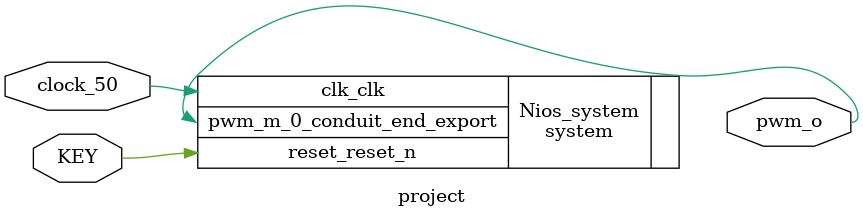
<source format=v>
module project( input clock_50, input [0:0] KEY, output pwm_o);

system Nios_system(.clk_clk (clock_50),
					.reset_reset_n (KEY[0]),
					.pwm_m_0_conduit_end_export (pwm_o));
					
endmodule
</source>
